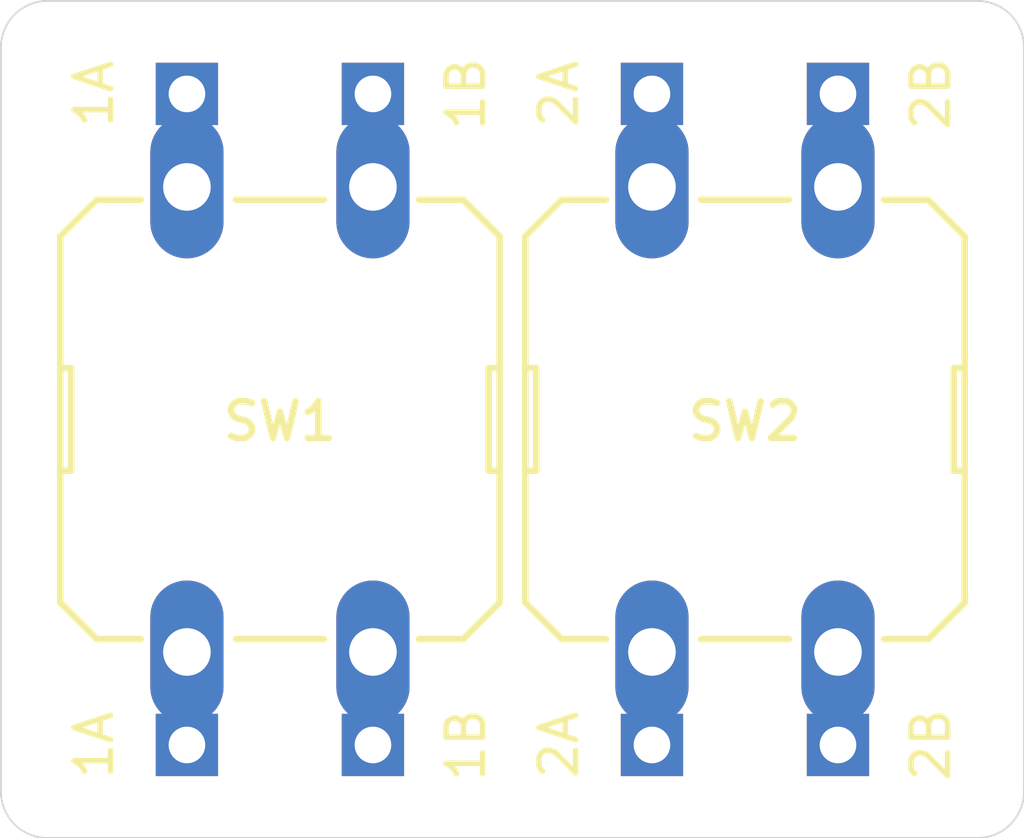
<source format=kicad_pcb>
(kicad_pcb (version 20171130) (host pcbnew "(5.1.5-0-10_14)")

  (general
    (thickness 1.6)
    (drawings 8)
    (tracks 8)
    (zones 0)
    (modules 10)
    (nets 5)
  )

  (page A4)
  (layers
    (0 F.Cu signal)
    (31 B.Cu signal)
    (32 B.Adhes user)
    (33 F.Adhes user)
    (34 B.Paste user)
    (35 F.Paste user)
    (36 B.SilkS user)
    (37 F.SilkS user)
    (38 B.Mask user)
    (39 F.Mask user)
    (40 Dwgs.User user)
    (41 Cmts.User user)
    (42 Eco1.User user)
    (43 Eco2.User user)
    (44 Edge.Cuts user)
    (45 Margin user)
    (46 B.CrtYd user)
    (47 F.CrtYd user)
    (48 B.Fab user)
    (49 F.Fab user)
  )

  (setup
    (last_trace_width 0.25)
    (trace_clearance 0.2)
    (zone_clearance 0.508)
    (zone_45_only no)
    (trace_min 0.2)
    (via_size 0.8)
    (via_drill 0.4)
    (via_min_size 0.4)
    (via_min_drill 0.3)
    (uvia_size 0.3)
    (uvia_drill 0.1)
    (uvias_allowed no)
    (uvia_min_size 0.2)
    (uvia_min_drill 0.1)
    (edge_width 0.05)
    (segment_width 0.2)
    (pcb_text_width 0.3)
    (pcb_text_size 1.5 1.5)
    (mod_edge_width 0.12)
    (mod_text_size 1 1)
    (mod_text_width 0.15)
    (pad_size 1.524 1.524)
    (pad_drill 0.762)
    (pad_to_mask_clearance 0.051)
    (solder_mask_min_width 0.25)
    (aux_axis_origin 0 0)
    (visible_elements FFFFFF7F)
    (pcbplotparams
      (layerselection 0x010fc_ffffffff)
      (usegerberextensions false)
      (usegerberattributes false)
      (usegerberadvancedattributes false)
      (creategerberjobfile false)
      (excludeedgelayer true)
      (linewidth 0.100000)
      (plotframeref false)
      (viasonmask false)
      (mode 1)
      (useauxorigin false)
      (hpglpennumber 1)
      (hpglpenspeed 20)
      (hpglpendiameter 15.000000)
      (psnegative false)
      (psa4output false)
      (plotreference true)
      (plotvalue true)
      (plotinvisibletext false)
      (padsonsilk false)
      (subtractmaskfromsilk false)
      (outputformat 1)
      (mirror false)
      (drillshape 1)
      (scaleselection 1)
      (outputdirectory ""))
  )

  (net 0 "")
  (net 1 "Net-(J1-Pad1)")
  (net 2 "Net-(J3-Pad1)")
  (net 3 "Net-(J5-Pad1)")
  (net 4 "Net-(J7-Pad1)")

  (net_class Default "This is the default net class."
    (clearance 0.2)
    (trace_width 0.25)
    (via_dia 0.8)
    (via_drill 0.4)
    (uvia_dia 0.3)
    (uvia_drill 0.1)
    (add_net "Net-(J1-Pad1)")
    (add_net "Net-(J3-Pad1)")
    (add_net "Net-(J5-Pad1)")
    (add_net "Net-(J7-Pad1)")
  )

  (module Connector_PinHeader_2.54mm:PinHeader_1x01_P2.54mm_Vertical (layer F.Cu) (tedit 5E383C1A) (tstamp 5E38EBB1)
    (at 160.02 68.58 90)
    (descr "Through hole straight pin header, 1x01, 2.54mm pitch, single row")
    (tags "Through hole pin header THT 1x01 2.54mm single row")
    (path /5E38AF59)
    (fp_text reference J2 (at 0 -2.33 90) (layer F.SilkS) hide
      (effects (font (size 1 1) (thickness 0.15)))
    )
    (fp_text value 1A (at 0 -2.54 90) (layer F.SilkS)
      (effects (font (size 1 1) (thickness 0.15)))
    )
    (fp_text user %R (at 0 0 180) (layer F.Fab)
      (effects (font (size 1 1) (thickness 0.15)))
    )
    (fp_line (start 1.8 -1.8) (end -1.8 -1.8) (layer F.CrtYd) (width 0.05))
    (fp_line (start 1.8 1.8) (end 1.8 -1.8) (layer F.CrtYd) (width 0.05))
    (fp_line (start -1.8 1.8) (end 1.8 1.8) (layer F.CrtYd) (width 0.05))
    (fp_line (start -1.8 -1.8) (end -1.8 1.8) (layer F.CrtYd) (width 0.05))
    (pad 1 thru_hole rect (at 0 0 90) (size 1.7 1.7) (drill 1) (layers *.Cu *.Mask)
      (net 1 "Net-(J1-Pad1)"))
    (model ${KISYS3DMOD}/Connector_PinHeader_2.54mm.3dshapes/PinHeader_1x01_P2.54mm_Vertical.wrl
      (at (xyz 0 0 0))
      (scale (xyz 1 1 1))
      (rotate (xyz 0 0 0))
    )
  )

  (module Connector_PinHeader_2.54mm:PinHeader_1x01_P2.54mm_Vertical (layer F.Cu) (tedit 5E383C08) (tstamp 5E38F24D)
    (at 165.1 68.58)
    (descr "Through hole straight pin header, 1x01, 2.54mm pitch, single row")
    (tags "Through hole pin header THT 1x01 2.54mm single row")
    (path /5E38EB6E)
    (fp_text reference J6 (at 0 -2.33) (layer F.SilkS) hide
      (effects (font (size 1 1) (thickness 0.15)))
    )
    (fp_text value 1B (at 2.54 0 90) (layer F.SilkS)
      (effects (font (size 1 1) (thickness 0.15)))
    )
    (fp_text user %R (at 0 0 90) (layer F.Fab)
      (effects (font (size 1 1) (thickness 0.15)))
    )
    (fp_line (start 1.8 -1.8) (end -1.8 -1.8) (layer F.CrtYd) (width 0.05))
    (fp_line (start 1.8 1.8) (end 1.8 -1.8) (layer F.CrtYd) (width 0.05))
    (fp_line (start -1.8 1.8) (end 1.8 1.8) (layer F.CrtYd) (width 0.05))
    (fp_line (start -1.8 -1.8) (end -1.8 1.8) (layer F.CrtYd) (width 0.05))
    (pad 1 thru_hole rect (at 0 0) (size 1.7 1.7) (drill 1) (layers *.Cu *.Mask)
      (net 3 "Net-(J5-Pad1)"))
    (model ${KISYS3DMOD}/Connector_PinHeader_2.54mm.3dshapes/PinHeader_1x01_P2.54mm_Vertical.wrl
      (at (xyz 0 0 0))
      (scale (xyz 1 1 1))
      (rotate (xyz 0 0 0))
    )
  )

  (module Connector_PinHeader_2.54mm:PinHeader_1x01_P2.54mm_Vertical (layer F.Cu) (tedit 5E383BF2) (tstamp 5E38DB78)
    (at 172.72 68.58 90)
    (descr "Through hole straight pin header, 1x01, 2.54mm pitch, single row")
    (tags "Through hole pin header THT 1x01 2.54mm single row")
    (path /5E38B61F)
    (fp_text reference J4 (at 0 -2.33 90) (layer F.SilkS) hide
      (effects (font (size 1 1) (thickness 0.15)))
    )
    (fp_text value 2A (at 0 -2.54 90) (layer F.SilkS)
      (effects (font (size 1 1) (thickness 0.15)))
    )
    (fp_text user %R (at 0 0 180) (layer F.Fab)
      (effects (font (size 1 1) (thickness 0.15)))
    )
    (fp_line (start 1.8 -1.8) (end -1.8 -1.8) (layer F.CrtYd) (width 0.05))
    (fp_line (start 1.8 1.8) (end 1.8 -1.8) (layer F.CrtYd) (width 0.05))
    (fp_line (start -1.8 1.8) (end 1.8 1.8) (layer F.CrtYd) (width 0.05))
    (fp_line (start -1.8 -1.8) (end -1.8 1.8) (layer F.CrtYd) (width 0.05))
    (pad 1 thru_hole rect (at 0 0 90) (size 1.7 1.7) (drill 1) (layers *.Cu *.Mask)
      (net 2 "Net-(J3-Pad1)"))
    (model ${KISYS3DMOD}/Connector_PinHeader_2.54mm.3dshapes/PinHeader_1x01_P2.54mm_Vertical.wrl
      (at (xyz 0 0 0))
      (scale (xyz 1 1 1))
      (rotate (xyz 0 0 0))
    )
  )

  (module Connector_PinHeader_2.54mm:PinHeader_1x01_P2.54mm_Vertical (layer F.Cu) (tedit 5E383BDF) (tstamp 5E38F107)
    (at 177.8 68.58)
    (descr "Through hole straight pin header, 1x01, 2.54mm pitch, single row")
    (tags "Through hole pin header THT 1x01 2.54mm single row")
    (path /5E38F7C0)
    (fp_text reference J8 (at 0 -2.33) (layer F.SilkS) hide
      (effects (font (size 1 1) (thickness 0.15)))
    )
    (fp_text value 2B (at 2.54 0 90) (layer F.SilkS)
      (effects (font (size 1 1) (thickness 0.15)))
    )
    (fp_text user %R (at 0 0 90) (layer F.Fab)
      (effects (font (size 1 1) (thickness 0.15)))
    )
    (fp_line (start 1.8 -1.8) (end -1.8 -1.8) (layer F.CrtYd) (width 0.05))
    (fp_line (start 1.8 1.8) (end 1.8 -1.8) (layer F.CrtYd) (width 0.05))
    (fp_line (start -1.8 1.8) (end 1.8 1.8) (layer F.CrtYd) (width 0.05))
    (fp_line (start -1.8 -1.8) (end -1.8 1.8) (layer F.CrtYd) (width 0.05))
    (pad 1 thru_hole rect (at 0 0) (size 1.7 1.7) (drill 1) (layers *.Cu *.Mask)
      (net 4 "Net-(J7-Pad1)"))
    (model ${KISYS3DMOD}/Connector_PinHeader_2.54mm.3dshapes/PinHeader_1x01_P2.54mm_Vertical.wrl
      (at (xyz 0 0 0))
      (scale (xyz 1 1 1))
      (rotate (xyz 0 0 0))
    )
  )

  (module Connector_PinHeader_2.54mm:PinHeader_1x01_P2.54mm_Vertical (layer F.Cu) (tedit 5E383BCD) (tstamp 5E38F2DB)
    (at 177.8 86.36)
    (descr "Through hole straight pin header, 1x01, 2.54mm pitch, single row")
    (tags "Through hole pin header THT 1x01 2.54mm single row")
    (path /5E38F265)
    (fp_text reference J7 (at 0 -2.33) (layer F.SilkS) hide
      (effects (font (size 1 1) (thickness 0.15)))
    )
    (fp_text value 2B (at 2.54 0 90) (layer F.SilkS)
      (effects (font (size 1 1) (thickness 0.15)))
    )
    (fp_text user %R (at 0 0 90) (layer F.Fab)
      (effects (font (size 1 1) (thickness 0.15)))
    )
    (fp_line (start 1.8 -1.8) (end -1.8 -1.8) (layer F.CrtYd) (width 0.05))
    (fp_line (start 1.8 1.8) (end 1.8 -1.8) (layer F.CrtYd) (width 0.05))
    (fp_line (start -1.8 1.8) (end 1.8 1.8) (layer F.CrtYd) (width 0.05))
    (fp_line (start -1.8 -1.8) (end -1.8 1.8) (layer F.CrtYd) (width 0.05))
    (pad 1 thru_hole rect (at 0 0) (size 1.7 1.7) (drill 1) (layers *.Cu *.Mask)
      (net 4 "Net-(J7-Pad1)"))
    (model ${KISYS3DMOD}/Connector_PinHeader_2.54mm.3dshapes/PinHeader_1x01_P2.54mm_Vertical.wrl
      (at (xyz 0 0 0))
      (scale (xyz 1 1 1))
      (rotate (xyz 0 0 0))
    )
  )

  (module Connector_PinHeader_2.54mm:PinHeader_1x01_P2.54mm_Vertical (layer F.Cu) (tedit 5E383BA2) (tstamp 5E38DB52)
    (at 172.72 86.36 90)
    (descr "Through hole straight pin header, 1x01, 2.54mm pitch, single row")
    (tags "Through hole pin header THT 1x01 2.54mm single row")
    (path /5E38B268)
    (fp_text reference J3 (at 0 -2.33 90) (layer F.SilkS) hide
      (effects (font (size 1 1) (thickness 0.15)))
    )
    (fp_text value 2A (at 0 -2.54 90) (layer F.SilkS)
      (effects (font (size 1 1) (thickness 0.15)))
    )
    (fp_text user %R (at 0 0 180) (layer F.Fab)
      (effects (font (size 1 1) (thickness 0.15)))
    )
    (fp_line (start 1.8 -1.8) (end -1.8 -1.8) (layer F.CrtYd) (width 0.05))
    (fp_line (start 1.8 1.8) (end 1.8 -1.8) (layer F.CrtYd) (width 0.05))
    (fp_line (start -1.8 1.8) (end 1.8 1.8) (layer F.CrtYd) (width 0.05))
    (fp_line (start -1.8 -1.8) (end -1.8 1.8) (layer F.CrtYd) (width 0.05))
    (pad 1 thru_hole rect (at 0 0 90) (size 1.7 1.7) (drill 1) (layers *.Cu *.Mask)
      (net 2 "Net-(J3-Pad1)"))
    (model ${KISYS3DMOD}/Connector_PinHeader_2.54mm.3dshapes/PinHeader_1x01_P2.54mm_Vertical.wrl
      (at (xyz 0 0 0))
      (scale (xyz 1 1 1))
      (rotate (xyz 0 0 0))
    )
  )

  (module Connector_PinHeader_2.54mm:PinHeader_1x01_P2.54mm_Vertical (layer F.Cu) (tedit 5E383B6B) (tstamp 5E38F1BF)
    (at 165.1 86.36)
    (descr "Through hole straight pin header, 1x01, 2.54mm pitch, single row")
    (tags "Through hole pin header THT 1x01 2.54mm single row")
    (path /5E38DF3B)
    (fp_text reference J5 (at 0 -2.33) (layer F.SilkS) hide
      (effects (font (size 1 1) (thickness 0.15)))
    )
    (fp_text value 1B (at 2.54 0 270) (layer F.SilkS)
      (effects (font (size 1 1) (thickness 0.15)))
    )
    (fp_text user %R (at 0 0 90) (layer F.Fab)
      (effects (font (size 1 1) (thickness 0.15)))
    )
    (fp_line (start 1.8 -1.8) (end -1.8 -1.8) (layer F.CrtYd) (width 0.05))
    (fp_line (start 1.8 1.8) (end 1.8 -1.8) (layer F.CrtYd) (width 0.05))
    (fp_line (start -1.8 1.8) (end 1.8 1.8) (layer F.CrtYd) (width 0.05))
    (fp_line (start -1.8 -1.8) (end -1.8 1.8) (layer F.CrtYd) (width 0.05))
    (pad 1 thru_hole rect (at 0 0) (size 1.7 1.7) (drill 1) (layers *.Cu *.Mask)
      (net 3 "Net-(J5-Pad1)"))
    (model ${KISYS3DMOD}/Connector_PinHeader_2.54mm.3dshapes/PinHeader_1x01_P2.54mm_Vertical.wrl
      (at (xyz 0 0 0))
      (scale (xyz 1 1 1))
      (rotate (xyz 0 0 0))
    )
  )

  (module Connector_PinHeader_2.54mm:PinHeader_1x01_P2.54mm_Vertical (layer F.Cu) (tedit 5E383B42) (tstamp 5E38EABE)
    (at 160.02 86.36 90)
    (descr "Through hole straight pin header, 1x01, 2.54mm pitch, single row")
    (tags "Through hole pin header THT 1x01 2.54mm single row")
    (path /5E38A935)
    (fp_text reference J1 (at 0 -2.33 90) (layer F.SilkS) hide
      (effects (font (size 1 1) (thickness 0.15)))
    )
    (fp_text value 1A (at 0 -2.54 90) (layer F.SilkS)
      (effects (font (size 1 1) (thickness 0.15)))
    )
    (fp_text user %R (at 0 0 180) (layer F.Fab)
      (effects (font (size 1 1) (thickness 0.15)))
    )
    (fp_line (start 1.8 -1.8) (end -1.8 -1.8) (layer F.CrtYd) (width 0.05))
    (fp_line (start 1.8 1.8) (end 1.8 -1.8) (layer F.CrtYd) (width 0.05))
    (fp_line (start -1.8 1.8) (end 1.8 1.8) (layer F.CrtYd) (width 0.05))
    (fp_line (start -1.8 -1.8) (end -1.8 1.8) (layer F.CrtYd) (width 0.05))
    (pad 1 thru_hole rect (at 0 0 90) (size 1.7 1.7) (drill 1) (layers *.Cu *.Mask)
      (net 1 "Net-(J1-Pad1)"))
    (model ${KISYS3DMOD}/Connector_PinHeader_2.54mm.3dshapes/PinHeader_1x01_P2.54mm_Vertical.wrl
      (at (xyz 0 0 0))
      (scale (xyz 1 1 1))
      (rotate (xyz 0 0 0))
    )
  )

  (module switches:B3F-40XX (layer F.Cu) (tedit 54E16588) (tstamp 5E38DBE8)
    (at 175.26 77.47 90)
    (descr "Tactile switch - SPST - 12mm")
    (tags "tact switch")
    (path /5E389875)
    (fp_text reference SW2 (at -0.635 0 180) (layer F.SilkS)
      (effects (font (size 1 1) (thickness 0.18)) (justify bottom))
    )
    (fp_text value B3F-4055 (at 0 7.6 90) (layer F.SilkS) hide
      (effects (font (size 1 1) (thickness 0.18)))
    )
    (fp_circle (center 0 -2.6) (end 0.1 -2.6) (layer Dwgs.User) (width 0.18))
    (fp_circle (center 0 0.7) (end 0.1 0.7) (layer Dwgs.User) (width 0.18))
    (fp_circle (center 0 -1) (end 0.1 -1) (layer Dwgs.User) (width 0.18))
    (fp_circle (center 0 2.6) (end 0.1 2.6) (layer Dwgs.User) (width 0.18))
    (fp_line (start 1.4 5.7) (end 1.4 6) (layer F.SilkS) (width 0.18))
    (fp_line (start -1.4 5.7) (end 1.4 5.7) (layer F.SilkS) (width 0.18))
    (fp_line (start -1.4 6) (end -1.4 5.7) (layer F.SilkS) (width 0.18))
    (fp_line (start 1.4 -5.7) (end 1.4 -6) (layer F.SilkS) (width 0.18))
    (fp_line (start -1.4 -5.7) (end 1.4 -5.7) (layer F.SilkS) (width 0.18))
    (fp_line (start -1.4 -6) (end -1.4 -5.7) (layer F.SilkS) (width 0.18))
    (fp_line (start 2.3 0.5) (end 1.8 0.5) (layer Dwgs.User) (width 0.18))
    (fp_line (start 2.3 -0.5) (end 2.3 0.5) (layer Dwgs.User) (width 0.18))
    (fp_line (start 1.8 -0.5) (end 2.3 -0.5) (layer Dwgs.User) (width 0.18))
    (fp_line (start 1.7 0) (end 2 0) (layer Dwgs.User) (width 0.18))
    (fp_line (start 1.1 0) (end 1.4 0) (layer Dwgs.User) (width 0.18))
    (fp_line (start 0 0.7) (end 0.9 -0.6) (layer Dwgs.User) (width 0.18))
    (fp_line (start 0 -2.6) (end 0 -1) (layer Dwgs.User) (width 0.18))
    (fp_line (start 0 2.6) (end 0 0.7) (layer Dwgs.User) (width 0.18))
    (fp_line (start 0 -2.6) (end 4 -2.6) (layer Dwgs.User) (width 0.18))
    (fp_line (start -3.8 -2.6) (end 0 -2.6) (layer Dwgs.User) (width 0.18))
    (fp_line (start 0 2.6) (end 3.8 2.6) (layer Dwgs.User) (width 0.18))
    (fp_line (start -3.6 2.6) (end 0 2.6) (layer Dwgs.User) (width 0.18))
    (fp_line (start 5 6) (end 6 5) (layer F.SilkS) (width 0.18))
    (fp_line (start -6 5) (end -5 6) (layer F.SilkS) (width 0.18))
    (fp_line (start -1.4 6) (end -5 6) (layer F.SilkS) (width 0.18))
    (fp_line (start 1.4 6) (end -1.4 6) (layer F.SilkS) (width 0.18))
    (fp_line (start 5 6) (end 1.4 6) (layer F.SilkS) (width 0.18))
    (fp_line (start -5 -6) (end -6 -5) (layer F.SilkS) (width 0.18))
    (fp_line (start -1.4 -6) (end -5 -6) (layer F.SilkS) (width 0.18))
    (fp_line (start 1.4 -6) (end -1.4 -6) (layer F.SilkS) (width 0.18))
    (fp_line (start 5 -6) (end 1.4 -6) (layer F.SilkS) (width 0.18))
    (fp_line (start 6 -5) (end 5 -6) (layer F.SilkS) (width 0.18))
    (fp_line (start -6 -5) (end -6 -3.8) (layer F.SilkS) (width 0.18))
    (fp_line (start -6 3.8) (end -6 5) (layer F.SilkS) (width 0.18))
    (fp_line (start -6 3.8) (end -6 1.2) (layer Dwgs.User) (width 0.18))
    (fp_line (start -6 -1.2) (end -6 1.2) (layer F.SilkS) (width 0.18))
    (fp_line (start -6 -1.2) (end -6 -3.8) (layer Dwgs.User) (width 0.18))
    (fp_line (start 6 5) (end 6 3.8) (layer F.SilkS) (width 0.18))
    (fp_line (start 6 3.8) (end 6 1.2) (layer Dwgs.User) (width 0.18))
    (fp_line (start 6 -1.2) (end 6 1.2) (layer F.SilkS) (width 0.18))
    (fp_line (start 6 -1.2) (end 6 -3.8) (layer Dwgs.User) (width 0.18))
    (fp_line (start 6 -5) (end 6 -3.8) (layer F.SilkS) (width 0.18))
    (fp_line (start -6.5 6.5) (end -6.5 -6.5) (layer F.CrtYd) (width 0.05))
    (fp_line (start 6.5 6.5) (end -6.5 6.5) (layer F.CrtYd) (width 0.05))
    (fp_line (start 6.5 -6.5) (end 6.5 6.5) (layer F.CrtYd) (width 0.05))
    (fp_line (start -6.5 -6.5) (end 6.5 -6.5) (layer F.CrtYd) (width 0.05))
    (pad "" np_thru_hole circle (at 0 -4.5 90) (size 1.9 1.9) (drill 1.9) (layers *.Cu))
    (pad "" np_thru_hole circle (at 0 4.5 90) (size 1.9 1.9) (drill 1.9) (layers *.Cu))
    (pad 2 thru_hole oval (at -6.35 2.54 90) (size 3.9 2) (drill 1.3) (layers *.Cu *.Mask)
      (net 4 "Net-(J7-Pad1)"))
    (pad 2 thru_hole oval (at 6.35 2.54 90) (size 3.9 2) (drill 1.3) (layers *.Cu *.Mask)
      (net 4 "Net-(J7-Pad1)"))
    (pad 1 thru_hole oval (at 6.35 -2.54 90) (size 3.9 2) (drill 1.3) (layers *.Cu *.Mask)
      (net 2 "Net-(J3-Pad1)"))
    (pad 1 thru_hole oval (at -6.35 -2.54 90) (size 3.9 2) (drill 1.3) (layers *.Cu *.Mask)
      (net 2 "Net-(J3-Pad1)"))
  )

  (module switches:B3F-40XX (layer F.Cu) (tedit 54E16588) (tstamp 5E390A17)
    (at 162.56 77.47 90)
    (descr "Tactile switch - SPST - 12mm")
    (tags "tact switch")
    (path /5E388C6C)
    (fp_text reference SW1 (at -0.635 0 180) (layer F.SilkS)
      (effects (font (size 1 1) (thickness 0.18)) (justify bottom))
    )
    (fp_text value B3F-4055 (at 0 7.6 90) (layer F.SilkS) hide
      (effects (font (size 1 1) (thickness 0.18)))
    )
    (fp_circle (center 0 -2.6) (end 0.1 -2.6) (layer Dwgs.User) (width 0.18))
    (fp_circle (center 0 0.7) (end 0.1 0.7) (layer Dwgs.User) (width 0.18))
    (fp_circle (center 0 -1) (end 0.1 -1) (layer Dwgs.User) (width 0.18))
    (fp_circle (center 0 2.6) (end 0.1 2.6) (layer Dwgs.User) (width 0.18))
    (fp_line (start 1.4 5.7) (end 1.4 6) (layer F.SilkS) (width 0.18))
    (fp_line (start -1.4 5.7) (end 1.4 5.7) (layer F.SilkS) (width 0.18))
    (fp_line (start -1.4 6) (end -1.4 5.7) (layer F.SilkS) (width 0.18))
    (fp_line (start 1.4 -5.7) (end 1.4 -6) (layer F.SilkS) (width 0.18))
    (fp_line (start -1.4 -5.7) (end 1.4 -5.7) (layer F.SilkS) (width 0.18))
    (fp_line (start -1.4 -6) (end -1.4 -5.7) (layer F.SilkS) (width 0.18))
    (fp_line (start 2.3 0.5) (end 1.8 0.5) (layer Dwgs.User) (width 0.18))
    (fp_line (start 2.3 -0.5) (end 2.3 0.5) (layer Dwgs.User) (width 0.18))
    (fp_line (start 1.8 -0.5) (end 2.3 -0.5) (layer Dwgs.User) (width 0.18))
    (fp_line (start 1.7 0) (end 2 0) (layer Dwgs.User) (width 0.18))
    (fp_line (start 1.1 0) (end 1.4 0) (layer Dwgs.User) (width 0.18))
    (fp_line (start 0 0.7) (end 0.9 -0.6) (layer Dwgs.User) (width 0.18))
    (fp_line (start 0 -2.6) (end 0 -1) (layer Dwgs.User) (width 0.18))
    (fp_line (start 0 2.6) (end 0 0.7) (layer Dwgs.User) (width 0.18))
    (fp_line (start 0 -2.6) (end 4 -2.6) (layer Dwgs.User) (width 0.18))
    (fp_line (start -3.8 -2.6) (end 0 -2.6) (layer Dwgs.User) (width 0.18))
    (fp_line (start 0 2.6) (end 3.8 2.6) (layer Dwgs.User) (width 0.18))
    (fp_line (start -3.6 2.6) (end 0 2.6) (layer Dwgs.User) (width 0.18))
    (fp_line (start 5 6) (end 6 5) (layer F.SilkS) (width 0.18))
    (fp_line (start -6 5) (end -5 6) (layer F.SilkS) (width 0.18))
    (fp_line (start -1.4 6) (end -5 6) (layer F.SilkS) (width 0.18))
    (fp_line (start 1.4 6) (end -1.4 6) (layer F.SilkS) (width 0.18))
    (fp_line (start 5 6) (end 1.4 6) (layer F.SilkS) (width 0.18))
    (fp_line (start -5 -6) (end -6 -5) (layer F.SilkS) (width 0.18))
    (fp_line (start -1.4 -6) (end -5 -6) (layer F.SilkS) (width 0.18))
    (fp_line (start 1.4 -6) (end -1.4 -6) (layer F.SilkS) (width 0.18))
    (fp_line (start 5 -6) (end 1.4 -6) (layer F.SilkS) (width 0.18))
    (fp_line (start 6 -5) (end 5 -6) (layer F.SilkS) (width 0.18))
    (fp_line (start -6 -5) (end -6 -3.8) (layer F.SilkS) (width 0.18))
    (fp_line (start -6 3.8) (end -6 5) (layer F.SilkS) (width 0.18))
    (fp_line (start -6 3.8) (end -6 1.2) (layer Dwgs.User) (width 0.18))
    (fp_line (start -6 -1.2) (end -6 1.2) (layer F.SilkS) (width 0.18))
    (fp_line (start -6 -1.2) (end -6 -3.8) (layer Dwgs.User) (width 0.18))
    (fp_line (start 6 5) (end 6 3.8) (layer F.SilkS) (width 0.18))
    (fp_line (start 6 3.8) (end 6 1.2) (layer Dwgs.User) (width 0.18))
    (fp_line (start 6 -1.2) (end 6 1.2) (layer F.SilkS) (width 0.18))
    (fp_line (start 6 -1.2) (end 6 -3.8) (layer Dwgs.User) (width 0.18))
    (fp_line (start 6 -5) (end 6 -3.8) (layer F.SilkS) (width 0.18))
    (fp_line (start -6.5 6.5) (end -6.5 -6.5) (layer F.CrtYd) (width 0.05))
    (fp_line (start 6.5 6.5) (end -6.5 6.5) (layer F.CrtYd) (width 0.05))
    (fp_line (start 6.5 -6.5) (end 6.5 6.5) (layer F.CrtYd) (width 0.05))
    (fp_line (start -6.5 -6.5) (end 6.5 -6.5) (layer F.CrtYd) (width 0.05))
    (pad "" np_thru_hole circle (at 0 -4.5 90) (size 1.9 1.9) (drill 1.9) (layers *.Cu))
    (pad "" np_thru_hole circle (at 0 4.5 90) (size 1.9 1.9) (drill 1.9) (layers *.Cu))
    (pad 2 thru_hole oval (at -6.35 2.54 90) (size 3.9 2) (drill 1.3) (layers *.Cu *.Mask)
      (net 3 "Net-(J5-Pad1)"))
    (pad 2 thru_hole oval (at 6.35 2.54 90) (size 3.9 2) (drill 1.3) (layers *.Cu *.Mask)
      (net 3 "Net-(J5-Pad1)"))
    (pad 1 thru_hole oval (at 6.35 -2.54 90) (size 3.9 2) (drill 1.3) (layers *.Cu *.Mask)
      (net 1 "Net-(J1-Pad1)"))
    (pad 1 thru_hole oval (at -6.35 -2.54 90) (size 3.9 2) (drill 1.3) (layers *.Cu *.Mask)
      (net 1 "Net-(J1-Pad1)"))
  )

  (gr_line (start 181.61 66.04) (end 156.21 66.04) (layer Edge.Cuts) (width 0.05) (tstamp 5E390ABD))
  (gr_line (start 182.88 67.31) (end 182.88 87.63) (layer Edge.Cuts) (width 0.05) (tstamp 5E390ABC))
  (gr_line (start 156.21 88.9) (end 181.61 88.9) (layer Edge.Cuts) (width 0.05) (tstamp 5E390ABB))
  (gr_line (start 154.94 67.31) (end 154.94 87.63) (layer Edge.Cuts) (width 0.05) (tstamp 5E390ABA))
  (gr_arc (start 181.61 67.31) (end 182.88 67.31) (angle -90) (layer Edge.Cuts) (width 0.05))
  (gr_arc (start 181.61 87.63) (end 181.61 88.9) (angle -90) (layer Edge.Cuts) (width 0.05))
  (gr_arc (start 156.21 87.63) (end 154.94 87.63) (angle -90) (layer Edge.Cuts) (width 0.05))
  (gr_arc (start 156.21 67.31) (end 156.21 66.04) (angle -90) (layer Edge.Cuts) (width 0.05))

  (segment (start 160.02 71.12) (end 160.02 68.58) (width 0.25) (layer F.Cu) (net 1))
  (segment (start 160.02 86.36) (end 160.02 83.82) (width 0.25) (layer F.Cu) (net 1))
  (segment (start 172.72 71.12) (end 172.72 68.58) (width 0.25) (layer F.Cu) (net 2))
  (segment (start 172.72 86.36) (end 172.72 83.82) (width 0.25) (layer F.Cu) (net 2))
  (segment (start 165.1 71.12) (end 165.1 68.58) (width 0.25) (layer F.Cu) (net 3))
  (segment (start 165.1 86.36) (end 165.1 83.82) (width 0.25) (layer F.Cu) (net 3))
  (segment (start 177.8 71.12) (end 177.8 68.58) (width 0.25) (layer F.Cu) (net 4))
  (segment (start 177.8 83.82) (end 177.8 86.36) (width 0.25) (layer F.Cu) (net 4))

)

</source>
